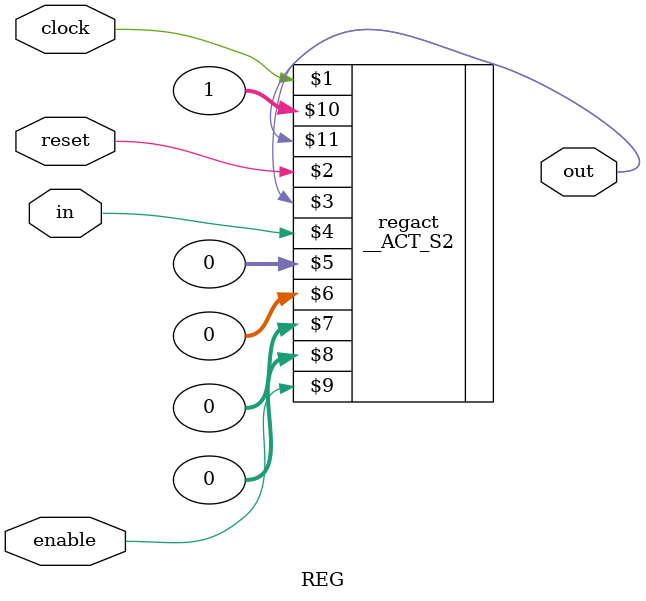
<source format=v>
module REG #(parameter XLEN = 1) (
    input clock, reset, enable,
    input [XLEN - 1 : 0] in,

    output reg [XLEN - 1 : 0] out
);
    
    __ACT_S2 #(XLEN) regact(clock, reset, out, in, 0, 0, 0, 0, enable, 1, out);

endmodule
</source>
